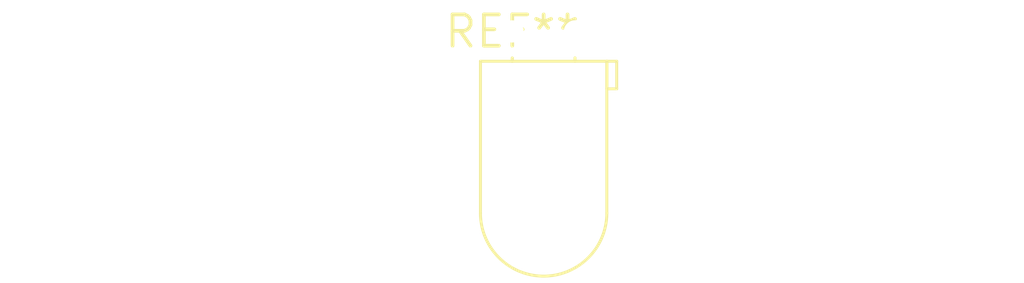
<source format=kicad_pcb>
(kicad_pcb (version 20240108) (generator pcbnew)
  (layers (0 "F.Cu" signal) (31 "B.Cu" signal) (34 "B.Paste" user) (35 "F.Paste" user) (36 "B.SilkS" user "B.Silkscreen") (37 "F.SilkS" user "F.Silkscreen") (38 "B.Mask" user) (39 "F.Mask" user) (44 "Edge.Cuts" user))
  (net 0 "")
  (footprint "LED_D5.0mm_Horizontal_O1.27mm_Z3.0mm" (layer "F.Cu") (at 0 0)
    (property "Reference" "REF**")
    (property "Value" "LED_D5.0mm_Horizontal_O1.27mm_Z3.0mm")
    (fp_line (start -1.29 1.21) (end -1.29 7.37) (layer "F.SilkS") (stroke (width 0.12)))
    (fp_line (start -1.29 1.21) (end 3.83 1.21) (layer "F.SilkS") (stroke (width 0.12)))
    (fp_line (start 0 1.08) (end 0 1.08) (layer "F.SilkS") (stroke (width 0.12)))
    (fp_line (start 0 1.08) (end 0 1.21) (layer "F.SilkS") (stroke (width 0.12)))
    (fp_line (start 0 1.21) (end 0 1.08) (layer "F.SilkS") (stroke (width 0.12)))
    (fp_line (start 0 1.21) (end 0 1.21) (layer "F.SilkS") (stroke (width 0.12)))
    (fp_line (start 2.54 1.08) (end 2.54 1.08) (layer "F.SilkS") (stroke (width 0.12)))
    (fp_line (start 2.54 1.08) (end 2.54 1.21) (layer "F.SilkS") (stroke (width 0.12)))
    (fp_line (start 2.54 1.21) (end 2.54 1.08) (layer "F.SilkS") (stroke (width 0.12)))
    (fp_line (start 2.54 1.21) (end 2.54 1.21) (layer "F.SilkS") (stroke (width 0.12)))
    (fp_line (start 3.83 1.21) (end 3.83 7.37) (layer "F.SilkS") (stroke (width 0.12)))
    (fp_line (start 3.83 1.21) (end 4.23 1.21) (layer "F.SilkS") (stroke (width 0.12)))
    (fp_line (start 3.83 2.33) (end 3.83 1.21) (layer "F.SilkS") (stroke (width 0.12)))
    (fp_line (start 4.23 1.21) (end 4.23 2.33) (layer "F.SilkS") (stroke (width 0.12)))
    (fp_line (start 4.23 2.33) (end 3.83 2.33) (layer "F.SilkS") (stroke (width 0.12)))
    (fp_arc (start 3.83 7.37) (mid 1.27 9.93) (end -1.29 7.37) (layer "F.SilkS") (stroke (width 0.12)))
    (pad "1" thru_hole rect (at 0 0) (size 1.8 1.8) (drill 0.9) (layers *.Cu *.Mask) (remove_unused_layers))
    (pad "2" thru_hole circle (at 2.54 0) (size 1.8 1.8) (drill 0.9) (layers *.Cu *.Mask) (remove_unused_layers))
  )
)
</source>
